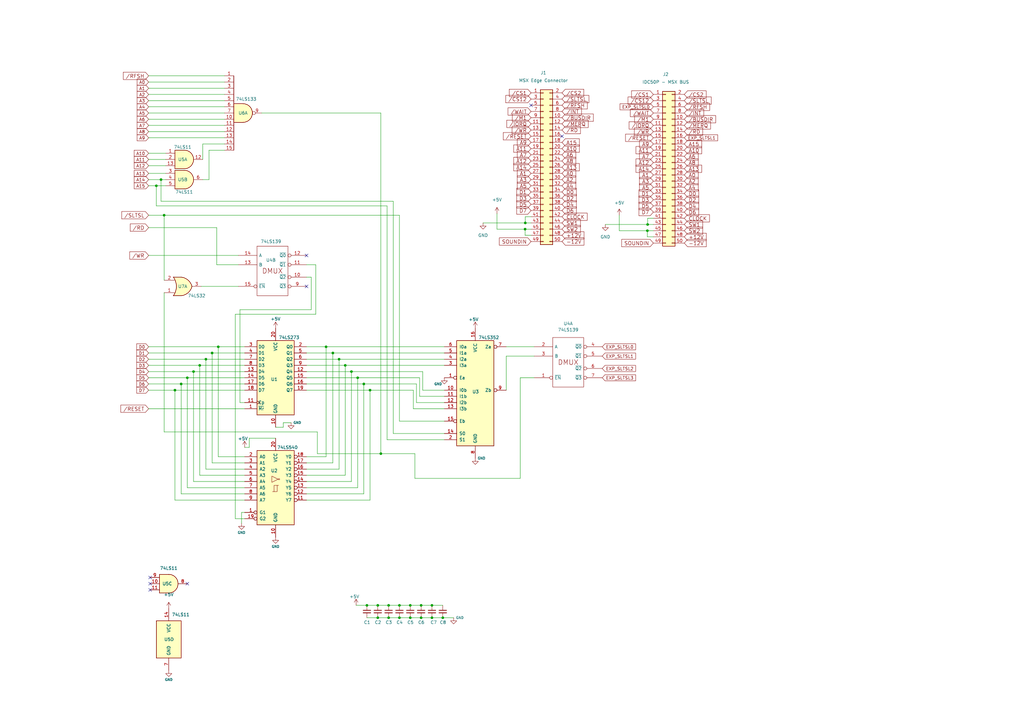
<source format=kicad_sch>
(kicad_sch (version 20211123) (generator eeschema)
  (paper "A3")
  (title_block (title "MSX Slot Expander X4") (date "2023-02-23") (rev "1") (company "RCC") (comment 1 "Schema 1: Cartridge"))
  (lib_symbols
    (symbol "74xx:74LS11" (pin_names (offset 1.016))
      (property "Reference" "U" (at 0 1.27 0))
      (property "Value" "74LS11" (at 0 -1.27 0))
      (symbol "74LS11_1_1"
        (pin input line (at -7.62 2.54 0) (length 3.81) (name "~") (number "1"))
        (pin output line (at 7.62 0 180) (length 3.81) (name "~") (number "12"))
        (pin input line (at -7.62 -2.54 0) (length 3.81) (name "~") (number "13"))
        (pin input line (at -7.62 0 0) (length 3.81) (name "~") (number "2"))
      )
      (symbol "74LS11_1_2"
        (pin input inverted (at -7.62 2.54 0) (length 4.318) (name "~") (number "1"))
        (pin output inverted (at 7.62 0 180) (length 3.81) (name "~") (number "12"))
        (pin input inverted (at -7.62 -2.54 0) (length 4.318) (name "~") (number "13"))
        (pin input inverted (at -7.62 0 0) (length 4.953) (name "~") (number "2"))
      )
      (symbol "74LS11_2_1"
        (pin input line (at -7.62 2.54 0) (length 3.81) (name "~") (number "3"))
        (pin input line (at -7.62 0 0) (length 3.81) (name "~") (number "4"))
        (pin input line (at -7.62 -2.54 0) (length 3.81) (name "~") (number "5"))
        (pin output line (at 7.62 0 180) (length 3.81) (name "~") (number "6"))
      )
      (symbol "74LS11_2_2"
        (pin input inverted (at -7.62 2.54 0) (length 4.318) (name "~") (number "3"))
        (pin input inverted (at -7.62 0 0) (length 4.953) (name "~") (number "4"))
        (pin input inverted (at -7.62 -2.54 0) (length 4.318) (name "~") (number "5"))
        (pin output inverted (at 7.62 0 180) (length 3.81) (name "~") (number "6"))
      )
      (symbol "74LS11_3_1"
        (pin input line (at -7.62 0 0) (length 3.81) (name "~") (number "10"))
        (pin input line (at -7.62 -2.54 0) (length 3.81) (name "~") (number "11"))
        (pin output line (at 7.62 0 180) (length 3.81) (name "~") (number "8"))
        (pin input line (at -7.62 2.54 0) (length 3.81) (name "~") (number "9"))
      )
      (symbol "74LS11_3_2"
        (pin input inverted (at -7.62 0 0) (length 4.953) (name "~") (number "10"))
        (pin input inverted (at -7.62 -2.54 0) (length 4.318) (name "~") (number "11"))
        (pin output inverted (at 7.62 0 180) (length 3.81) (name "~") (number "8"))
        (pin input inverted (at -7.62 2.54 0) (length 4.318) (name "~") (number "9"))
      )
      (symbol "74LS11_4_0"
        (pin power_in line (at 0 12.7 270) (length 5.08) (name "VCC") (number "14"))
        (pin power_in line (at 0 -12.7 90) (length 5.08) (name "GND") (number "7"))
      )
    )
    (symbol "74xx:74LS133" (pin_names (offset 1.016))
      (property "Reference" "U" (at 0 1.27 0))
      (property "Value" "74LS133" (at 0 -1.27 0))
      (symbol "74LS133_1_1"
        (pin input line (at -7.62 15.24 0) (length 3.81) (name "~") (number "1"))
        (pin input line (at -7.62 -2.54 0) (length 3.81) (name "~") (number "10"))
        (pin input line (at -7.62 -5.08 0) (length 3.81) (name "~") (number "11"))
        (pin input line (at -7.62 -7.62 0) (length 3.81) (name "~") (number "12"))
        (pin input line (at -7.62 -10.16 0) (length 3.81) (name "~") (number "13"))
        (pin input line (at -7.62 -12.7 0) (length 3.81) (name "~") (number "14"))
        (pin input line (at -7.62 -15.24 0) (length 3.81) (name "~") (number "15"))
        (pin input line (at -7.62 12.7 0) (length 3.81) (name "~") (number "2"))
        (pin input line (at -7.62 10.16 0) (length 3.81) (name "~") (number "3"))
        (pin input line (at -7.62 7.62 0) (length 3.81) (name "~") (number "4"))
        (pin input line (at -7.62 5.08 0) (length 3.81) (name "~") (number "5"))
        (pin input line (at -7.62 2.54 0) (length 3.81) (name "~") (number "6"))
        (pin input line (at -7.62 0 0) (length 3.81) (name "~") (number "7"))
        (pin output inverted (at 7.62 0 180) (length 3.81) (name "~") (number "9"))
      )
      (symbol "74LS133_1_2"
        (pin input inverted (at -7.62 15.24 0) (length 3.81) (name "~") (number "1"))
        (pin input inverted (at -7.62 -2.54 0) (length 4.5466) (name "~") (number "10"))
        (pin input inverted (at -7.62 -5.08 0) (length 3.81) (name "~") (number "11"))
        (pin input inverted (at -7.62 -7.62 0) (length 3.81) (name "~") (number "12"))
        (pin input inverted (at -7.62 -10.16 0) (length 3.81) (name "~") (number "13"))
        (pin input inverted (at -7.62 -12.7 0) (length 3.81) (name "~") (number "14"))
        (pin input inverted (at -7.62 -15.24 0) (length 3.81) (name "~") (number "15"))
        (pin input inverted (at -7.62 12.7 0) (length 3.81) (name "~") (number "2"))
        (pin input inverted (at -7.62 10.16 0) (length 3.81) (name "~") (number "3"))
        (pin input inverted (at -7.62 7.62 0) (length 3.81) (name "~") (number "4"))
        (pin input inverted (at -7.62 5.08 0) (length 3.81) (name "~") (number "5"))
        (pin input inverted (at -7.62 2.54 0) (length 4.5466) (name "~") (number "6"))
        (pin input inverted (at -7.62 0 0) (length 5.08) (name "~") (number "7"))
        (pin output line (at 7.62 0 180) (length 3.81) (name "~") (number "9"))
      )
      (symbol "74LS133_2_0"
        (pin power_in line (at 0 12.7 270) (length 5.08) (name "VCC") (number "16"))
        (pin power_in line (at 0 -12.7 90) (length 5.08) (name "GND") (number "8"))
      )
    )
    (symbol "74xx:74LS273"
      (property "Reference" "U" (at -7.62 16.51 0))
      (property "Value" "74LS273" (at -7.62 -16.51 0))
      (symbol "74LS273_1_0"
        (pin input line (at -12.7 -12.7 0) (length 5.08) (name "~{Mr}") (number "1"))
        (pin power_in line (at 0 -20.32 90) (length 5.08) (name "GND") (number "10"))
        (pin input clock (at -12.7 -10.16 0) (length 5.08) (name "Cp") (number "11"))
        (pin output line (at 12.7 2.54 180) (length 5.08) (name "Q4") (number "12"))
        (pin input line (at -12.7 2.54 0) (length 5.08) (name "D4") (number "13"))
        (pin input line (at -12.7 0 0) (length 5.08) (name "D5") (number "14"))
        (pin output line (at 12.7 0 180) (length 5.08) (name "Q5") (number "15"))
        (pin output line (at 12.7 -2.54 180) (length 5.08) (name "Q6") (number "16"))
        (pin input line (at -12.7 -2.54 0) (length 5.08) (name "D6") (number "17"))
        (pin input line (at -12.7 -5.08 0) (length 5.08) (name "D7") (number "18"))
        (pin output line (at 12.7 -5.08 180) (length 5.08) (name "Q7") (number "19"))
        (pin output line (at 12.7 12.7 180) (length 5.08) (name "Q0") (number "2"))
        (pin power_in line (at 0 20.32 270) (length 5.08) (name "VCC") (number "20"))
        (pin input line (at -12.7 12.7 0) (length 5.08) (name "D0") (number "3"))
        (pin input line (at -12.7 10.16 0) (length 5.08) (name "D1") (number "4"))
        (pin output line (at 12.7 10.16 180) (length 5.08) (name "Q1") (number "5"))
        (pin output line (at 12.7 7.62 180) (length 5.08) (name "Q2") (number "6"))
        (pin input line (at -12.7 7.62 0) (length 5.08) (name "D2") (number "7"))
        (pin input line (at -12.7 5.08 0) (length 5.08) (name "D3") (number "8"))
        (pin output line (at 12.7 5.08 180) (length 5.08) (name "Q3") (number "9"))
      )
    )
    (symbol "74xx:74LS32" (pin_names (offset 1.016))
      (property "Reference" "U" (at 0 1.27 0))
      (property "Value" "74LS32" (at 0 -1.27 0))
      (symbol "74LS32_1_1"
        (pin input line (at -7.62 2.54 0) (length 4.318) (name "~") (number "1"))
        (pin input line (at -7.62 -2.54 0) (length 4.318) (name "~") (number "2"))
        (pin output line (at 7.62 0 180) (length 3.81) (name "~") (number "3"))
      )
      (symbol "74LS32_1_2"
        (pin input inverted (at -7.62 2.54 0) (length 3.81) (name "~") (number "1"))
        (pin input inverted (at -7.62 -2.54 0) (length 3.81) (name "~") (number "2"))
        (pin output inverted (at 7.62 0 180) (length 3.81) (name "~") (number "3"))
      )
      (symbol "74LS32_2_1"
        (pin input line (at -7.62 2.54 0) (length 4.318) (name "~") (number "4"))
        (pin input line (at -7.62 -2.54 0) (length 4.318) (name "~") (number "5"))
        (pin output line (at 7.62 0 180) (length 3.81) (name "~") (number "6"))
      )
      (symbol "74LS32_2_2"
        (pin input inverted (at -7.62 2.54 0) (length 3.81) (name "~") (number "4"))
        (pin input inverted (at -7.62 -2.54 0) (length 3.81) (name "~") (number "5"))
        (pin output inverted (at 7.62 0 180) (length 3.81) (name "~") (number "6"))
      )
      (symbol "74LS32_3_1"
        (pin input line (at -7.62 -2.54 0) (length 4.318) (name "~") (number "10"))
        (pin output line (at 7.62 0 180) (length 3.81) (name "~") (number "8"))
        (pin input line (at -7.62 2.54 0) (length 4.318) (name "~") (number "9"))
      )
      (symbol "74LS32_3_2"
        (pin input inverted (at -7.62 -2.54 0) (length 3.81) (name "~") (number "10"))
        (pin output inverted (at 7.62 0 180) (length 3.81) (name "~") (number "8"))
        (pin input inverted (at -7.62 2.54 0) (length 3.81) (name "~") (number "9"))
      )
      (symbol "74LS32_4_1"
        (pin output line (at 7.62 0 180) (length 3.81) (name "~") (number "11"))
        (pin input line (at -7.62 2.54 0) (length 4.318) (name "~") (number "12"))
        (pin input line (at -7.62 -2.54 0) (length 4.318) (name "~") (number "13"))
      )
      (symbol "74LS32_4_2"
        (pin output inverted (at 7.62 0 180) (length 3.81) (name "~") (number "11"))
        (pin input inverted (at -7.62 2.54 0) (length 3.81) (name "~") (number "12"))
        (pin input inverted (at -7.62 -2.54 0) (length 3.81) (name "~") (number "13"))
      )
      (symbol "74LS32_5_0"
        (pin power_in line (at 0 12.7 270) (length 5.08) (name "VCC") (number "14"))
        (pin power_in line (at 0 -12.7 90) (length 5.08) (name "GND") (number "7"))
      )
    )
    (symbol "74xx:74LS352" (pin_names (offset 1.016))
      (property "Reference" "U" (at -7.62 21.59 0))
      (property "Value" "74LS352" (at -7.62 -24.13 0))
      (symbol "74LS352_1_0"
        (pin input inverted (at -12.7 5.08 0) (length 5.08) (name "Ea") (number "1"))
        (pin input line (at -12.7 0 0) (length 5.08) (name "I0b") (number "10"))
        (pin input line (at -12.7 -2.54 0) (length 5.08) (name "I1b") (number "11"))
        (pin input line (at -12.7 -5.08 0) (length 5.08) (name "I2b") (number "12"))
        (pin input line (at -12.7 -7.62 0) (length 5.08) (name "I3b") (number "13"))
        (pin input line (at -12.7 -17.78 0) (length 5.08) (name "S0") (number "14"))
        (pin input inverted (at -12.7 -12.7 0) (length 5.08) (name "Eb") (number "15"))
        (pin power_in line (at 0 25.4 270) (length 5.08) (name "VCC") (number "16"))
        (pin input line (at -12.7 -20.32 0) (length 5.08) (name "S1") (number "2"))
        (pin input line (at -12.7 10.16 0) (length 5.08) (name "I3a") (number "3"))
        (pin input line (at -12.7 12.7 0) (length 5.08) (name "I2a") (number "4"))
        (pin input line (at -12.7 15.24 0) (length 5.08) (name "I1a") (number "5"))
        (pin input line (at -12.7 17.78 0) (length 5.08) (name "I0a") (number "6"))
        (pin output inverted (at 12.7 17.78 180) (length 5.08) (name "Za") (number "7"))
        (pin power_in line (at 0 -27.94 90) (length 5.08) (name "GND") (number "8"))
        (pin output inverted (at 12.7 0 180) (length 5.08) (name "Zb") (number "9"))
      )
    )
    (symbol "74xx:74LS540" (pin_names (offset 1.016))
      (property "Reference" "U" (at -7.62 16.51 0))
      (property "Value" "74LS540" (at -7.62 -16.51 0))
      (symbol "74LS540_1_0"
        (pin input inverted (at -12.7 -10.16 0) (length 5.08) (name "G1") (number "1"))
        (pin power_in line (at 0 -20.32 90) (length 5.08) (name "GND") (number "10"))
        (pin tri_state inverted (at 12.7 -5.08 180) (length 5.08) (name "Y7") (number "11"))
        (pin tri_state inverted (at 12.7 -2.54 180) (length 5.08) (name "Y6") (number "12"))
        (pin tri_state inverted (at 12.7 0 180) (length 5.08) (name "Y5") (number "13"))
        (pin tri_state inverted (at 12.7 2.54 180) (length 5.08) (name "Y4") (number "14"))
        (pin tri_state inverted (at 12.7 5.08 180) (length 5.08) (name "Y3") (number "15"))
        (pin tri_state inverted (at 12.7 7.62 180) (length 5.08) (name "Y2") (number "16"))
        (pin tri_state inverted (at 12.7 10.16 180) (length 5.08) (name "Y1") (number "17"))
        (pin tri_state inverted (at 12.7 12.7 180) (length 5.08) (name "Y0") (number "18"))
        (pin input inverted (at -12.7 -12.7 0) (length 5.08) (name "G2") (number "19"))
        (pin input line (at -12.7 12.7 0) (length 5.08) (name "A0") (number "2"))
        (pin power_in line (at 0 20.32 270) (length 5.08) (name "VCC") (number "20"))
        (pin input line (at -12.7 10.16 0) (length 5.08) (name "A1") (number "3"))
        (pin input line (at -12.7 7.62 0) (length 5.08) (name "A2") (number "4"))
        (pin input line (at -12.7 5.08 0) (length 5.08) (name "A3") (number "5"))
        (pin input line (at -12.7 2.54 0) (length 5.08) (name "A4") (number "6"))
        (pin input line (at -12.7 0 0) (length 5.08) (name "A5") (number "7"))
        (pin input line (at -12.7 -2.54 0) (length 5.08) (name "A6") (number "8"))
        (pin input line (at -12.7 -5.08 0) (length 5.08) (name "A7") (number "9"))
      )
    )
    (symbol "74xx_IEEE:74LS139" (pin_names (offset 0.762))
      (property "Reference" "U" (at 6.35 11.43 0))
      (property "Value" "74LS139" (at 7.62 -11.43 0))
      (symbol "74LS139_0_0"
        (text "DMUX" (at 0 0 0) (effects (font (size 2.032 2.032))))
        (pin power_in line (at 0 10.16 270) (length 0) hide (name "VCC") (number "16"))
        (pin power_in line (at 0 -10.16 90) (length 0) hide (name "GND") (number "8"))
      )
      (symbol "74LS139_1_1"
        (pin input inverted (at -13.97 -6.35 0) (length 7.62) (name "~{EN}") (number "1"))
        (pin input line (at -13.97 6.35 0) (length 7.62) (name "A") (number "2"))
        (pin input line (at -13.97 2.54 0) (length 7.62) (name "B") (number "3"))
        (pin output inverted (at 13.97 6.35 180) (length 7.62) (name "~{Q0}") (number "4"))
        (pin output inverted (at 13.97 2.54 180) (length 7.62) (name "~{Q1}") (number "5"))
        (pin output inverted (at 13.97 -2.54 180) (length 7.62) (name "~{Q2}") (number "6"))
        (pin output inverted (at 13.97 -6.35 180) (length 7.62) (name "~{Q3}") (number "7"))
      )
      (symbol "74LS139_2_1"
        (pin output inverted (at 13.97 -2.54 180) (length 7.62) (name "~{Q2}") (number "10"))
        (pin output inverted (at 13.97 2.54 180) (length 7.62) (name "~{Q1}") (number "11"))
        (pin output inverted (at 13.97 6.35 180) (length 7.62) (name "~{Q0}") (number "12"))
        (pin input line (at -13.97 2.54 0) (length 7.62) (name "B") (number "13"))
        (pin input line (at -13.97 6.35 0) (length 7.62) (name "A") (number "14"))
        (pin input inverted (at -13.97 -6.35 0) (length 7.62) (name "~{EN}") (number "15"))
        (pin output inverted (at 13.97 -6.35 180) (length 7.62) (name "~{Q3}") (number "9"))
      )
    )
    (symbol "MSXIOSlot-rescue:C_Small" (pin_numbers hide) (pin_names (offset 0.254) hide)
      (property "Reference" "C" (at 0.254 1.778 0))
      (property "Value" "C_Small" (at 0.254 -2.032 0))
      (symbol "C_Small_1_1"
        (pin passive line (at 0 2.54 270) (length 2.032) (name "~") (number "1"))
        (pin passive line (at 0 -2.54 90) (length 2.032) (name "~") (number "2"))
      )
    )
    (symbol "MSXIOSlot-rescue:Conn_02x25_Odd_Even" (pin_names (offset 1.016) hide)
      (property "Reference" "J" (at 1.27 33.02 0))
      (property "Value" "Conn_02x25_Odd_Even" (at 1.27 -33.02 0))
      (symbol "Conn_02x25_Odd_Even_1_1"
        (pin passive line (at -5.08 30.48 0) (length 3.81) (name "Pin_1") (number "1"))
        (pin passive line (at 7.62 20.32 180) (length 3.81) (name "Pin_10") (number "10"))
        (pin passive line (at -5.08 17.78 0) (length 3.81) (name "Pin_11") (number "11"))
        (pin passive line (at 7.62 17.78 180) (length 3.81) (name "Pin_12") (number "12"))
        (pin passive line (at -5.08 15.24 0) (length 3.81) (name "Pin_13") (number "13"))
        (pin passive line (at 7.62 15.24 180) (length 3.81) (name "Pin_14") (number "14"))
        (pin passive line (at -5.08 12.7 0) (length 3.81) (name "Pin_15") (number "15"))
        (pin passive line (at 7.62 12.7 180) (length 3.81) (name "Pin_16") (number "16"))
        (pin passive line (at -5.08 10.16 0) (length 3.81) (name "Pin_17") (number "17"))
        (pin passive line (at 7.62 10.16 180) (length 3.81) (name "Pin_18") (number "18"))
        (pin passive line (at -5.08 7.62 0) (length 3.81) (name "Pin_19") (number "19"))
        (pin passive line (at 7.62 30.48 180) (length 3.81) (name "Pin_2") (number "2"))
        (pin passive line (at 7.62 7.62 180) (length 3.81) (name "Pin_20") (number "20"))
        (pin passive line (at -5.08 5.08 0) (length 3.81) (name "Pin_21") (number "21"))
        (pin passive line (at 7.62 5.08 180) (length 3.81) (name "Pin_22") (number "22"))
        (pin passive line (at -5.08 2.54 0) (length 3.81) (name "Pin_23") (number "23"))
        (pin passive line (at 7.62 2.54 180) (length 3.81) (name "Pin_24") (number "24"))
        (pin passive line (at -5.08 0 0) (length 3.81) (name "Pin_25") (number "25"))
        (pin passive line (at 7.62 0 180) (length 3.81) (name "Pin_26") (number "26"))
        (pin passive line (at -5.08 -2.54 0) (length 3.81) (name "Pin_27") (number "27"))
        (pin passive line (at 7.62 -2.54 180) (length 3.81) (name "Pin_28") (number "28"))
        (pin passive line (at -5.08 -5.08 0) (length 3.81) (name "Pin_29") (number "29"))
        (pin passive line (at -5.08 27.94 0) (length 3.81) (name "Pin_3") (number "3"))
        (pin passive line (at 7.62 -5.08 180) (length 3.81) (name "Pin_30") (number "30"))
        (pin passive line (at -5.08 -7.62 0) (length 3.81) (name "Pin_31") (number "31"))
        (pin passive line (at 7.62 -7.62 180) (length 3.81) (name "Pin_32") (number "32"))
        (pin passive line (at -5.08 -10.16 0) (length 3.81) (name "Pin_33") (number "33"))
        (pin passive line (at 7.62 -10.16 180) (length 3.81) (name "Pin_34") (number "34"))
        (pin passive line (at -5.08 -12.7 0) (length 3.81) (name "Pin_35") (number "35"))
        (pin passive line (at 7.62 -12.7 180) (length 3.81) (name "Pin_36") (number "36"))
        (pin passive line (at -5.08 -15.24 0) (length 3.81) (name "Pin_37") (number "37"))
        (pin passive line (at 7.62 -15.24 180) (length 3.81) (name "Pin_38") (number "38"))
        (pin passive line (at -5.08 -17.78 0) (length 3.81) (name "Pin_39") (number "39"))
        (pin passive line (at 7.62 27.94 180) (length 3.81) (name "Pin_4") (number "4"))
        (pin passive line (at 7.62 -17.78 180) (length 3.81) (name "Pin_40") (number "40"))
        (pin passive line (at -5.08 -20.32 0) (length 3.81) (name "Pin_41") (number "41"))
        (pin passive line (at 7.62 -20.32 180) (length 3.81) (name "Pin_42") (number "42"))
        (pin passive line (at -5.08 -22.86 0) (length 3.81) (name "Pin_43") (number "43"))
        (pin passive line (at 7.62 -22.86 180) (length 3.81) (name "Pin_44") (number "44"))
        (pin passive line (at -5.08 -25.4 0) (length 3.81) (name "Pin_45") (number "45"))
        (pin passive line (at 7.62 -25.4 180) (length 3.81) (name "Pin_46") (number "46"))
        (pin passive line (at -5.08 -27.94 0) (length 3.81) (name "Pin_47") (number "47"))
        (pin passive line (at 7.62 -27.94 180) (length 3.81) (name "Pin_48") (number "48"))
        (pin passive line (at -5.08 -30.48 0) (length 3.81) (name "Pin_49") (number "49"))
        (pin passive line (at -5.08 25.4 0) (length 3.81) (name "Pin_5") (number "5"))
        (pin passive line (at 7.62 -30.48 180) (length 3.81) (name "Pin_50") (number "50"))
        (pin passive line (at 7.62 25.4 180) (length 3.81) (name "Pin_6") (number "6"))
        (pin passive line (at -5.08 22.86 0) (length 3.81) (name "Pin_7") (number "7"))
        (pin passive line (at 7.62 22.86 180) (length 3.81) (name "Pin_8") (number "8"))
        (pin passive line (at -5.08 20.32 0) (length 3.81) (name "Pin_9") (number "9"))
      )
    )
    (symbol "power:+5V" (power) (pin_names (offset 0))
      (property "Value" "+5V" (at 0 3.556 0))
      (symbol "+5V_1_1"
        (pin power_in line (at 0 0 90) (length 0) hide (name "+5V") (number "1"))
      )
    )
    (symbol "power:GND" (power) (pin_names (offset 0))
      (property "Value" "GND" (at 0 -3.81 0))
      (symbol "GND_1_1"
        (pin power_in line (at 0 0 270) (length 0) hide (name "GND") (number "1"))
      )
    )
  )
  (junction (at 67.31 88.265))
  (junction (at 181.61 253.365))
  (junction (at 163.83 248.285))
  (junction (at 265.6142 92.075))
  (junction (at 146.685 154.94))
  (junction (at 84.455 147.32))
  (junction (at 144.145 152.4))
  (junction (at 172.72 248.285))
  (junction (at 168.275 248.285))
  (junction (at 86.995 144.78))
  (junction (at 89.535 142.24))
  (junction (at 215.3607 93.98))
  (junction (at 141.605 149.86))
  (junction (at 64.135 76.2))
  (junction (at 154.94 248.285))
  (junction (at 71.755 160.02))
  (junction (at 151.765 160.02))
  (junction (at 154.94 253.365))
  (junction (at 74.295 157.48))
  (junction (at 156.21 186.055))
  (junction (at 159.385 253.365))
  (junction (at 265.5257 94.615))
  (junction (at 172.72 253.365))
  (junction (at 177.165 248.285))
  (junction (at 177.165 253.365))
  (junction (at 136.525 144.78))
  (junction (at 76.835 154.94))
  (junction (at 149.225 157.48))
  (junction (at 150.495 248.285))
  (junction (at 163.83 253.365))
  (junction (at 133.7357 142.24))
  (junction (at 168.275 253.365))
  (junction (at 66.04 73.66))
  (junction (at 139.065 147.32))
  (junction (at 81.915 149.86))
  (junction (at 159.385 248.285))
  (junction (at 215.4492 91.44))
  (junction (at 79.375 152.4))
  (no_connect (at 125.73 104.775))
  (no_connect (at 125.73 117.475))
  (no_connect (at 230.505 55.88))
  (no_connect (at 76.835 239.395))
  (no_connect (at 61.595 236.855))
  (no_connect (at 61.595 239.395))
  (no_connect (at 61.595 241.935))
  (no_connect (at 217.805 43.18))
  (wire (pts (xy 84.455 147.32) (xy 100.33 147.32)))
  (wire (pts (xy 146.05 248.285) (xy 150.495 248.285)))
  (wire (pts (xy 254 94.615) (xy 265.5257 94.615)))
  (wire (pts (xy 139.065 147.32) (xy 182.245 147.32)))
  (wire (pts (xy 170.18 196.215) (xy 213.36 196.215)))
  (wire (pts (xy 98.425 127) (xy 127.635 127)))
  (wire (pts (xy 125.73 154.94) (xy 146.685 154.94)))
  (wire (pts (xy 60.96 73.66) (xy 66.04 73.66)))
  (wire (pts (xy 198.12 91.44) (xy 215.4492 91.44)))
  (wire (pts (xy 149.225 202.565) (xy 149.225 157.48)))
  (wire (pts (xy 99.06 210.185) (xy 100.33 210.185)))
  (wire (pts (xy 203.835 93.98) (xy 215.3607 93.98)))
  (wire (pts (xy 60.96 167.64) (xy 100.33 167.64)))
  (wire (pts (xy 146.685 200.025) (xy 146.685 154.94)))
  (wire (pts (xy 60.96 149.86) (xy 81.915 149.86)))
  (wire (pts (xy 125.73 142.24) (xy 133.7357 142.24)))
  (wire (pts (xy 168.275 248.285) (xy 172.72 248.285)))
  (wire (pts (xy 125.73 192.405) (xy 139.065 192.405)))
  (wire (pts (xy 267.97 97.155) (xy 265.5257 97.155)))
  (wire (pts (xy 207.645 142.24) (xy 219.075 142.24)))
  (wire (pts (xy 76.835 200.025) (xy 76.835 154.94)))
  (wire (pts (xy 150.495 253.365) (xy 154.94 253.365)))
  (wire (pts (xy 60.96 160.02) (xy 71.755 160.02)))
  (wire (pts (xy 86.995 144.78) (xy 100.33 144.78)))
  (wire (pts (xy 97.79 108.585) (xy 88.8803 108.585)))
  (wire (pts (xy 96.52 128.905) (xy 96.52 212.725)))
  (wire (pts (xy 71.755 205.105) (xy 71.755 160.02)))
  (wire (pts (xy 173.355 160.02) (xy 182.245 160.02)))
  (wire (pts (xy 83.185 59.055) (xy 83.185 65.405)))
  (wire (pts (xy 60.96 33.655) (xy 92.075 33.655)))
  (wire (pts (xy 60.96 157.48) (xy 74.295 157.48)))
  (wire (pts (xy 64.135 84.455) (xy 158.75 84.455)))
  (wire (pts (xy 149.225 157.48) (xy 170.815 157.48)))
  (wire (pts (xy 67.31 120.015) (xy 67.31 177.165)))
  (wire (pts (xy 67.31 88.265) (xy 67.31 114.935)))
  (wire (pts (xy 60.96 88.265) (xy 67.31 88.265)))
  (wire (pts (xy 181.61 253.365) (xy 186.055 253.365)))
  (wire (pts (xy 76.835 154.94) (xy 100.33 154.94)))
  (wire (pts (xy 254 88.265) (xy 254 94.615)))
  (wire (pts (xy 125.73 202.565) (xy 149.225 202.565)))
  (wire (pts (xy 88.8803 108.585) (xy 88.8803 93.345)))
  (wire (pts (xy 215.4492 88.9) (xy 215.4492 91.44)))
  (wire (pts (xy 125.73 189.865) (xy 136.525 189.865)))
  (wire (pts (xy 172.085 154.94) (xy 172.085 162.56)))
  (wire (pts (xy 60.96 51.435) (xy 92.075 51.435)))
  (wire (pts (xy 83.185 73.66) (xy 85.725 73.66)))
  (wire (pts (xy 125.73 152.4) (xy 144.145 152.4)))
  (wire (pts (xy 170.18 186.055) (xy 170.18 196.215)))
  (wire (pts (xy 125.73 197.485) (xy 144.145 197.485)))
  (wire (pts (xy 60.96 104.775) (xy 97.79 104.775)))
  (wire (pts (xy 265.5257 94.615) (xy 267.97 94.615)))
  (wire (pts (xy 177.165 253.365) (xy 181.61 253.365)))
  (wire (pts (xy 144.145 152.4) (xy 173.355 152.4)))
  (wire (pts (xy 81.915 194.945) (xy 81.915 149.86)))
  (wire (pts (xy 64.135 76.2) (xy 64.135 84.455)))
  (wire (pts (xy 60.96 53.975) (xy 92.075 53.975)))
  (wire (pts (xy 125.73 113.665) (xy 127.635 113.665)))
  (wire (pts (xy 207.645 160.02) (xy 207.645 146.05)))
  (wire (pts (xy 67.31 177.165) (xy 130.175 177.165)))
  (wire (pts (xy 60.96 62.865) (xy 67.945 62.865)))
  (wire (pts (xy 136.525 144.78) (xy 182.245 144.78)))
  (wire (pts (xy 168.275 253.365) (xy 172.72 253.365)))
  (wire (pts (xy 85.725 61.595) (xy 92.075 61.595)))
  (wire (pts (xy 217.805 96.52) (xy 215.3607 96.52)))
  (wire (pts (xy 66.04 73.66) (xy 67.945 73.66)))
  (wire (pts (xy 215.3607 93.98) (xy 217.805 93.98)))
  (wire (pts (xy 89.535 187.325) (xy 89.535 142.24)))
  (wire (pts (xy 60.96 46.355) (xy 92.075 46.355)))
  (wire (pts (xy 129.54 108.585) (xy 129.54 128.905)))
  (wire (pts (xy 96.52 212.725) (xy 100.33 212.725)))
  (wire (pts (xy 81.915 194.945) (xy 100.33 194.945)))
  (wire (pts (xy 169.545 160.02) (xy 169.545 167.64)))
  (wire (pts (xy 60.96 144.78) (xy 86.995 144.78)))
  (wire (pts (xy 60.96 31.115) (xy 92.075 31.115)))
  (wire (pts (xy 215.4492 91.44) (xy 217.805 91.44)))
  (wire (pts (xy 141.605 149.86) (xy 182.245 149.86)))
  (wire (pts (xy 125.73 194.945) (xy 141.605 194.945)))
  (wire (pts (xy 60.96 142.24) (xy 89.535 142.24)))
  (wire (pts (xy 169.545 167.64) (xy 182.245 167.64)))
  (wire (pts (xy 163.83 88.265) (xy 163.83 172.72)))
  (wire (pts (xy 146.685 154.94) (xy 172.085 154.94)))
  (wire (pts (xy 170.815 157.48) (xy 170.815 165.1)))
  (wire (pts (xy 154.94 248.285) (xy 159.385 248.285)))
  (wire (pts (xy 215.3607 96.52) (xy 215.3607 93.98)))
  (wire (pts (xy 84.455 192.405) (xy 100.33 192.405)))
  (wire (pts (xy 60.96 48.895) (xy 92.075 48.895)))
  (wire (pts (xy 113.03 175.26) (xy 116.205 175.26)))
  (wire (pts (xy 79.375 197.485) (xy 100.33 197.485)))
  (wire (pts (xy 139.065 192.405) (xy 139.065 147.32)))
  (wire (pts (xy 99.06 214.63) (xy 99.06 210.185)))
  (wire (pts (xy 159.385 248.285) (xy 163.83 248.285)))
  (wire (pts (xy 74.295 157.48) (xy 100.33 157.48)))
  (wire (pts (xy 100.33 165.1) (xy 98.425 165.1)))
  (wire (pts (xy 60.96 36.195) (xy 92.075 36.195)))
  (wire (pts (xy 151.765 205.105) (xy 151.765 160.02)))
  (wire (pts (xy 98.425 127) (xy 98.425 165.1)))
  (wire (pts (xy 154.94 253.365) (xy 159.385 253.365)))
  (wire (pts (xy 66.04 82.55) (xy 161.29 82.55)))
  (wire (pts (xy 89.535 187.325) (xy 100.33 187.325)))
  (wire (pts (xy 66.04 73.66) (xy 66.04 82.55)))
  (wire (pts (xy 163.83 253.365) (xy 168.275 253.365)))
  (wire (pts (xy 100.33 183.515) (xy 102.235 183.515)))
  (wire (pts (xy 60.96 56.515) (xy 92.075 56.515)))
  (wire (pts (xy 156.21 186.055) (xy 170.18 186.055)))
  (wire (pts (xy 60.96 93.345) (xy 88.8803 93.345)))
  (wire (pts (xy 125.73 160.02) (xy 151.765 160.02)))
  (wire (pts (xy 71.755 205.105) (xy 100.33 205.105)))
  (wire (pts (xy 67.31 88.265) (xy 163.83 88.265)))
  (wire (pts (xy 136.525 189.865) (xy 136.525 144.78)))
  (wire (pts (xy 64.135 76.2) (xy 67.945 76.2)))
  (wire (pts (xy 76.835 200.025) (xy 100.33 200.025)))
  (wire (pts (xy 125.73 149.86) (xy 141.605 149.86)))
  (wire (pts (xy 182.245 180.34) (xy 158.75 180.34)))
  (wire (pts (xy 86.995 189.865) (xy 100.33 189.865)))
  (wire (pts (xy 89.535 142.24) (xy 100.33 142.24)))
  (wire (pts (xy 81.915 149.86) (xy 100.33 149.86)))
  (wire (pts (xy 71.755 160.02) (xy 100.33 160.02)))
  (wire (pts (xy 125.73 205.105) (xy 151.765 205.105)))
  (wire (pts (xy 125.73 187.325) (xy 133.7357 187.325)))
  (wire (pts (xy 219.075 154.94) (xy 213.36 154.94)))
  (wire (pts (xy 125.73 147.32) (xy 139.065 147.32)))
  (wire (pts (xy 79.375 197.485) (xy 79.375 152.4)))
  (wire (pts (xy 60.96 152.4) (xy 79.375 152.4)))
  (wire (pts (xy 265.6142 89.535) (xy 265.6142 92.075)))
  (wire (pts (xy 60.96 147.32) (xy 84.455 147.32)))
  (wire (pts (xy 203.835 87.63) (xy 203.835 93.98)))
  (wire (pts (xy 172.085 162.56) (xy 182.245 162.56)))
  (wire (pts (xy 172.72 253.365) (xy 177.165 253.365)))
  (wire (pts (xy 217.805 88.9) (xy 215.4492 88.9)))
  (wire (pts (xy 159.385 253.365) (xy 163.83 253.365)))
  (wire (pts (xy 158.75 180.34) (xy 158.75 84.455)))
  (wire (pts (xy 85.725 73.66) (xy 85.725 61.595)))
  (wire (pts (xy 125.73 200.025) (xy 146.685 200.025)))
  (wire (pts (xy 107.315 46.355) (xy 156.21 46.355)))
  (wire (pts (xy 265.6142 92.075) (xy 267.97 92.075)))
  (wire (pts (xy 151.765 160.02) (xy 169.545 160.02)))
  (wire (pts (xy 79.375 152.4) (xy 100.33 152.4)))
  (wire (pts (xy 163.83 248.285) (xy 168.275 248.285)))
  (wire (pts (xy 248.285 92.075) (xy 265.6142 92.075)))
  (wire (pts (xy 60.96 43.815) (xy 92.075 43.815)))
  (wire (pts (xy 102.235 179.705) (xy 102.235 183.515)))
  (wire (pts (xy 60.96 154.94) (xy 76.835 154.94)))
  (wire (pts (xy 125.73 157.48) (xy 149.225 157.48)))
  (wire (pts (xy 144.145 197.485) (xy 144.145 152.4)))
  (wire (pts (xy 130.175 186.055) (xy 156.21 186.055)))
  (wire (pts (xy 133.7357 142.24) (xy 182.245 142.24)))
  (wire (pts (xy 125.73 144.78) (xy 136.525 144.78)))
  (wire (pts (xy 213.36 154.94) (xy 213.36 196.215)))
  (wire (pts (xy 60.96 38.735) (xy 92.075 38.735)))
  (wire (pts (xy 182.245 172.72) (xy 163.83 172.72)))
  (wire (pts (xy 84.455 192.405) (xy 84.455 147.32)))
  (wire (pts (xy 60.96 67.945) (xy 67.945 67.945)))
  (wire (pts (xy 141.605 194.945) (xy 141.605 149.86)))
  (wire (pts (xy 74.295 202.565) (xy 74.295 157.48)))
  (wire (pts (xy 133.7357 187.325) (xy 133.7357 142.24)))
  (wire (pts (xy 125.73 108.585) (xy 129.54 108.585)))
  (wire (pts (xy 129.54 128.905) (xy 96.52 128.905)))
  (wire (pts (xy 177.165 248.285) (xy 181.61 248.285)))
  (wire (pts (xy 60.96 71.12) (xy 67.945 71.12)))
  (wire (pts (xy 74.295 202.565) (xy 100.33 202.565)))
  (wire (pts (xy 60.96 65.405) (xy 67.945 65.405)))
  (wire (pts (xy 82.55 117.475) (xy 97.79 117.475)))
  (wire (pts (xy 116.205 175.26) (xy 116.205 173.355)))
  (wire (pts (xy 60.96 41.275) (xy 92.075 41.275)))
  (wire (pts (xy 170.815 165.1) (xy 182.245 165.1)))
  (wire (pts (xy 86.995 189.865) (xy 86.995 144.78)))
  (wire (pts (xy 207.645 146.05) (xy 219.075 146.05)))
  (wire (pts (xy 127.635 113.665) (xy 127.635 127)))
  (wire (pts (xy 173.355 152.4) (xy 173.355 160.02)))
  (wire (pts (xy 265.5257 97.155) (xy 265.5257 94.615)))
  (wire (pts (xy 60.96 76.2) (xy 64.135 76.2)))
  (wire (pts (xy 92.075 59.055) (xy 83.185 59.055)))
  (wire (pts (xy 267.97 89.535) (xy 265.6142 89.535)))
  (wire (pts (xy 113.03 179.705) (xy 102.235 179.705)))
  (wire (pts (xy 130.175 177.165) (xy 130.175 186.055)))
  (wire (pts (xy 172.72 248.285) (xy 177.165 248.285)))
  (wire (pts (xy 156.21 46.355) (xy 156.21 186.055)))
  (wire (pts (xy 116.205 173.355) (xy 119.38 173.355)))
  (wire (pts (xy 161.29 82.55) (xy 161.29 177.8)))
  (wire (pts (xy 150.495 248.285) (xy 154.94 248.285)))
  (wire (pts (xy 161.29 177.8) (xy 182.245 177.8)))
  (global_label "/MERQ" (shape input) (at 230.505 50.8 0) (effects (font (size 1.524 1.524))) (property "Intersheet References" "${INTERSHEET_REFS}" (effects hide)))
  (global_label "A8" (shape input) (at 280.67 66.675 0) (effects (font (size 1.524 1.524))) (property "Intersheet References" "${INTERSHEET_REFS}" (effects hide)))
  (global_label "A5" (shape input) (at 217.805 76.2 180) (effects (font (size 1.524 1.524))) (property "Intersheet References" "${INTERSHEET_REFS}" (effects hide)))
  (global_label "SOUNDIN" (shape input) (at 217.805 99.06 180) (effects (font (size 1.524 1.524))) (property "Intersheet References" "${INTERSHEET_REFS}" (effects hide)))
  (global_label "A7" (shape input) (at 217.805 63.5 180) (effects (font (size 1.524 1.524))) (property "Intersheet References" "${INTERSHEET_REFS}" (effects hide)))
  (global_label "/IORQ" (shape input) (at 217.805 50.8 180) (effects (font (size 1.524 1.524))) (property "Intersheet References" "${INTERSHEET_REFS}" (effects hide)))
  (global_label "A4" (shape input) (at 280.67 76.835 0) (effects (font (size 1.524 1.524))) (property "Intersheet References" "${INTERSHEET_REFS}" (effects hide)))
  (global_label "/CS12" (shape input) (at 267.97 41.275 180) (effects (font (size 1.524 1.524))) (property "Intersheet References" "${INTERSHEET_REFS}" (effects hide)))
  (global_label "-12V" (shape input) (at 280.67 99.695 0) (effects (font (size 1.524 1.524))) (property "Intersheet References" "${INTERSHEET_REFS}" (effects hide)))
  (global_label "CLOCK" (shape input) (at 230.505 88.9 0) (effects (font (size 1.524 1.524))) (property "Intersheet References" "${INTERSHEET_REFS}" (effects hide)))
  (global_label "D0" (shape input) (at 280.67 79.375 0) (effects (font (size 1.524 1.524))) (property "Intersheet References" "${INTERSHEET_REFS}" (effects hide)))
  (global_label "A6" (shape input) (at 230.505 63.5 0) (effects (font (size 1.524 1.524))) (property "Intersheet References" "${INTERSHEET_REFS}" (effects hide)))
  (global_label "D3" (shape input) (at 217.805 81.28 180) (effects (font (size 1.524 1.524))) (property "Intersheet References" "${INTERSHEET_REFS}" (effects hide)))
  (global_label "A3" (shape input) (at 60.96 41.275 180) (property "Intersheet References" "${INTERSHEET_REFS}" (effects hide)))
  (global_label "D2" (shape input) (at 280.67 81.915 0) (effects (font (size 1.524 1.524))) (property "Intersheet References" "${INTERSHEET_REFS}" (effects hide)))
  (global_label "/BUSDIR" (shape input) (at 230.505 48.26 0) (effects (font (size 1.524 1.524))) (property "Intersheet References" "${INTERSHEET_REFS}" (effects hide)))
  (global_label "A11" (shape input) (at 267.97 61.595 180) (effects (font (size 1.524 1.524))) (property "Intersheet References" "${INTERSHEET_REFS}" (effects hide)))
  (global_label "/M1" (shape input) (at 217.805 48.26 180) (effects (font (size 1.524 1.524))) (property "Intersheet References" "${INTERSHEET_REFS}" (effects hide)))
  (global_label "/RFSH" (shape input) (at 280.67 43.815 0) (effects (font (size 1.524 1.524))) (property "Intersheet References" "${INTERSHEET_REFS}" (effects hide)))
  (global_label "A0" (shape input) (at 230.505 71.12 0) (effects (font (size 1.524 1.524))) (property "Intersheet References" "${INTERSHEET_REFS}" (effects hide)))
  (global_label "D6" (shape input) (at 230.505 86.36 0) (effects (font (size 1.524 1.524))) (property "Intersheet References" "${INTERSHEET_REFS}" (effects hide)))
  (global_label "/WR" (shape input) (at 267.97 53.975 180) (effects (font (size 1.524 1.524))) (property "Intersheet References" "${INTERSHEET_REFS}" (effects hide)))
  (global_label "{slash}RD" (shape input) (at 230.505 53.34 0) (effects (font (size 1.524 1.524))) (property "Intersheet References" "${INTERSHEET_REFS}" (effects hide)))
  (global_label "D4" (shape input) (at 280.67 84.455 0) (effects (font (size 1.524 1.524))) (property "Intersheet References" "${INTERSHEET_REFS}" (effects hide)))
  (global_label "/WAIT" (shape input) (at 217.805 45.72 180) (effects (font (size 1.524 1.524))) (property "Intersheet References" "${INTERSHEET_REFS}" (effects hide)))
  (global_label "A9" (shape input) (at 267.97 59.055 180) (effects (font (size 1.524 1.524))) (property "Intersheet References" "${INTERSHEET_REFS}" (effects hide)))
  (global_label "A13" (shape input) (at 280.67 69.215 0) (effects (font (size 1.524 1.524))) (property "Intersheet References" "${INTERSHEET_REFS}" (effects hide)))
  (global_label "D5" (shape input) (at 60.96 154.94 180) (property "Intersheet References" "${INTERSHEET_REFS}" (effects hide)))
  (global_label "SW1" (shape input) (at 280.67 92.075 0) (effects (font (size 1.524 1.524))) (property "Intersheet References" "${INTERSHEET_REFS}" (effects hide)))
  (global_label "/SLTSL" (shape input) (at 280.67 41.275 0) (effects (font (size 1.524 1.524))) (property "Intersheet References" "${INTERSHEET_REFS}" (effects hide)))
  (global_label "+12V" (shape input) (at 230.505 96.52 0) (effects (font (size 1.524 1.524))) (property "Intersheet References" "${INTERSHEET_REFS}" (effects hide)))
  (global_label "D1" (shape input) (at 60.96 144.78 180) (property "Intersheet References" "${INTERSHEET_REFS}" (effects hide)))
  (global_label "D7" (shape input) (at 267.97 86.995 180) (effects (font (size 1.524 1.524))) (property "Intersheet References" "${INTERSHEET_REFS}" (effects hide)))
  (global_label "D7" (shape input) (at 60.96 160.02 180) (property "Intersheet References" "${INTERSHEET_REFS}" (effects hide)))
  (global_label "A3" (shape input) (at 267.97 74.295 180) (effects (font (size 1.524 1.524))) (property "Intersheet References" "${INTERSHEET_REFS}" (effects hide)))
  (global_label "D5" (shape input) (at 267.97 84.455 180) (effects (font (size 1.524 1.524))) (property "Intersheet References" "${INTERSHEET_REFS}" (effects hide)))
  (global_label "D5" (shape input) (at 217.805 83.82 180) (effects (font (size 1.524 1.524))) (property "Intersheet References" "${INTERSHEET_REFS}" (effects hide)))
  (global_label "A14" (shape input) (at 217.805 68.58 180) (effects (font (size 1.524 1.524))) (property "Intersheet References" "${INTERSHEET_REFS}" (effects hide)))
  (global_label "A12" (shape input) (at 217.805 66.04 180) (effects (font (size 1.524 1.524))) (property "Intersheet References" "${INTERSHEET_REFS}" (effects hide)))
  (global_label "SW1" (shape input) (at 230.505 91.44 0) (effects (font (size 1.524 1.524))) (property "Intersheet References" "${INTERSHEET_REFS}" (effects hide)))
  (global_label "D2" (shape input) (at 60.96 147.32 180) (property "Intersheet References" "${INTERSHEET_REFS}" (effects hide)))
  (global_label "D4" (shape input) (at 230.505 83.82 0) (effects (font (size 1.524 1.524))) (property "Intersheet References" "${INTERSHEET_REFS}" (effects hide)))
  (global_label "/INT" (shape input) (at 230.505 45.72 0) (effects (font (size 1.524 1.524))) (property "Intersheet References" "${INTERSHEET_REFS}" (effects hide)))
  (global_label "A2" (shape input) (at 280.67 74.295 0) (effects (font (size 1.524 1.524))) (property "Intersheet References" "${INTERSHEET_REFS}" (effects hide)))
  (global_label "/SLTSL" (shape input) (at 60.96 88.265 180) (effects (font (size 1.524 1.524))) (property "Intersheet References" "${INTERSHEET_REFS}" (effects hide)))
  (global_label "D4" (shape input) (at 60.96 152.4 180) (property "Intersheet References" "${INTERSHEET_REFS}" (effects hide)))
  (global_label "A8" (shape input) (at 60.96 53.975 180) (property "Intersheet References" "${INTERSHEET_REFS}" (effects hide)))
  (global_label "EXP_SLTSL2" (shape input) (at 247.015 151.13 0) (property "Intersheet References" "${INTERSHEET_REFS}" (effects hide)))
  (global_label "SW2" (shape input) (at 280.67 94.615 0) (effects (font (size 1.524 1.524))) (property "Intersheet References" "${INTERSHEET_REFS}" (effects hide)))
  (global_label "D7" (shape input) (at 217.805 86.36 180) (effects (font (size 1.524 1.524))) (property "Intersheet References" "${INTERSHEET_REFS}" (effects hide)))
  (global_label "A6" (shape input) (at 280.67 64.135 0) (effects (font (size 1.524 1.524))) (property "Intersheet References" "${INTERSHEET_REFS}" (effects hide)))
  (global_label "/SLTSL" (shape input) (at 230.505 40.64 0) (effects (font (size 1.524 1.524))) (property "Intersheet References" "${INTERSHEET_REFS}" (effects hide)))
  (global_label "/RESET" (shape input) (at 217.805 55.88 180) (effects (font (size 1.524 1.524))) (property "Intersheet References" "${INTERSHEET_REFS}" (effects hide)))
  (global_label "A1" (shape input) (at 60.96 36.195 180) (property "Intersheet References" "${INTERSHEET_REFS}" (effects hide)))
  (global_label "-12V" (shape input) (at 230.505 99.06 0) (effects (font (size 1.524 1.524))) (property "Intersheet References" "${INTERSHEET_REFS}" (effects hide)))
  (global_label "D1" (shape input) (at 217.805 78.74 180) (effects (font (size 1.524 1.524))) (property "Intersheet References" "${INTERSHEET_REFS}" (effects hide)))
  (global_label "A7" (shape input) (at 60.96 51.435 180) (property "Intersheet References" "${INTERSHEET_REFS}" (effects hide)))
  (global_label "/RESET" (shape input) (at 60.96 167.64 180) (effects (font (size 1.524 1.524))) (property "Intersheet References" "${INTERSHEET_REFS}" (effects hide)))
  (global_label "A10" (shape input) (at 230.505 60.96 0) (effects (font (size 1.524 1.524))) (property "Intersheet References" "${INTERSHEET_REFS}" (effects hide)))
  (global_label "A10" (shape input) (at 60.96 62.865 180) (property "Intersheet References" "${INTERSHEET_REFS}" (effects hide)))
  (global_label "/MERQ" (shape input) (at 280.67 51.435 0) (effects (font (size 1.524 1.524))) (property "Intersheet References" "${INTERSHEET_REFS}" (effects hide)))
  (global_label "A10" (shape input) (at 280.67 61.595 0) (effects (font (size 1.524 1.524))) (property "Intersheet References" "${INTERSHEET_REFS}" (effects hide)))
  (global_label "A0" (shape input) (at 60.96 33.655 180) (property "Intersheet References" "${INTERSHEET_REFS}" (effects hide)))
  (global_label "D6" (shape input) (at 60.96 157.48 180) (property "Intersheet References" "${INTERSHEET_REFS}" (effects hide)))
  (global_label "/BUSDIR" (shape input) (at 280.67 48.895 0) (effects (font (size 1.524 1.524))) (property "Intersheet References" "${INTERSHEET_REFS}" (effects hide)))
  (global_label "/CS1" (shape input) (at 217.805 38.1 180) (effects (font (size 1.524 1.524))) (property "Intersheet References" "${INTERSHEET_REFS}" (effects hide)))
  (global_label "/M1" (shape input) (at 267.97 48.895 180) (effects (font (size 1.524 1.524))) (property "Intersheet References" "${INTERSHEET_REFS}" (effects hide)))
  (global_label "SW2" (shape input) (at 230.505 93.98 0) (effects (font (size 1.524 1.524))) (property "Intersheet References" "${INTERSHEET_REFS}" (effects hide)))
  (global_label "A11" (shape input) (at 217.805 60.96 180) (effects (font (size 1.524 1.524))) (property "Intersheet References" "${INTERSHEET_REFS}" (effects hide)))
  (global_label "CLOCK" (shape input) (at 280.67 89.535 0) (effects (font (size 1.524 1.524))) (property "Intersheet References" "${INTERSHEET_REFS}" (effects hide)))
  (global_label "A14" (shape input) (at 60.96 73.66 180) (property "Intersheet References" "${INTERSHEET_REFS}" (effects hide)))
  (global_label "A15" (shape input) (at 280.67 59.055 0) (effects (font (size 1.524 1.524))) (property "Intersheet References" "${INTERSHEET_REFS}" (effects hide)))
  (global_label "A2" (shape input) (at 230.505 73.66 0) (effects (font (size 1.524 1.524))) (property "Intersheet References" "${INTERSHEET_REFS}" (effects hide)))
  (global_label "A12" (shape input) (at 60.96 67.945 180) (property "Intersheet References" "${INTERSHEET_REFS}" (effects hide)))
  (global_label "A11" (shape input) (at 60.96 65.405 180) (property "Intersheet References" "${INTERSHEET_REFS}" (effects hide)))
  (global_label "/INT" (shape input) (at 280.67 46.355 0) (effects (font (size 1.524 1.524))) (property "Intersheet References" "${INTERSHEET_REFS}" (effects hide)))
  (global_label "A2" (shape input) (at 60.96 38.735 180) (property "Intersheet References" "${INTERSHEET_REFS}" (effects hide)))
  (global_label "+12V" (shape input) (at 280.67 97.155 0) (effects (font (size 1.524 1.524))) (property "Intersheet References" "${INTERSHEET_REFS}" (effects hide)))
  (global_label "/RFSH" (shape input) (at 230.505 43.18 0) (effects (font (size 1.524 1.524))) (property "Intersheet References" "${INTERSHEET_REFS}" (effects hide)))
  (global_label "EXP_SLTSL0" (shape input) (at 267.97 43.815 180) (property "Intersheet References" "${INTERSHEET_REFS}" (effects hide)))
  (global_label "/CS1" (shape input) (at 267.97 38.735 180) (effects (font (size 1.524 1.524))) (property "Intersheet References" "${INTERSHEET_REFS}" (effects hide)))
  (global_label "/CS2" (shape input) (at 230.505 38.1 0) (effects (font (size 1.524 1.524))) (property "Intersheet References" "${INTERSHEET_REFS}" (effects hide)))
  (global_label "A6" (shape input) (at 60.96 48.895 180) (property "Intersheet References" "${INTERSHEET_REFS}" (effects hide)))
  (global_label "D3" (shape input) (at 60.96 149.86 180) (property "Intersheet References" "${INTERSHEET_REFS}" (effects hide)))
  (global_label "D6" (shape input) (at 280.67 86.995 0) (effects (font (size 1.524 1.524))) (property "Intersheet References" "${INTERSHEET_REFS}" (effects hide)))
  (global_label "D0" (shape input) (at 60.96 142.24 180) (property "Intersheet References" "${INTERSHEET_REFS}" (effects hide)))
  (global_label "A5" (shape input) (at 60.96 46.355 180) (property "Intersheet References" "${INTERSHEET_REFS}" (effects hide)))
  (global_label "EXP_SLTSL1" (shape input) (at 247.015 146.05 0) (property "Intersheet References" "${INTERSHEET_REFS}" (effects hide)))
  (global_label "A15" (shape input) (at 230.505 58.42 0) (effects (font (size 1.524 1.524))) (property "Intersheet References" "${INTERSHEET_REFS}" (effects hide)))
  (global_label "/CS12" (shape input) (at 217.805 40.64 180) (effects (font (size 1.524 1.524))) (property "Intersheet References" "${INTERSHEET_REFS}" (effects hide)))
  (global_label "D0" (shape input) (at 230.505 78.74 0) (effects (font (size 1.524 1.524))) (property "Intersheet References" "${INTERSHEET_REFS}" (effects hide)))
  (global_label "A12" (shape input) (at 267.97 66.675 180) (effects (font (size 1.524 1.524))) (property "Intersheet References" "${INTERSHEET_REFS}" (effects hide)))
  (global_label "A9" (shape input) (at 60.96 56.515 180) (property "Intersheet References" "${INTERSHEET_REFS}" (effects hide)))
  (global_label "A4" (shape input) (at 60.96 43.815 180) (property "Intersheet References" "${INTERSHEET_REFS}" (effects hide)))
  (global_label "D1" (shape input) (at 267.97 79.375 180) (effects (font (size 1.524 1.524))) (property "Intersheet References" "${INTERSHEET_REFS}" (effects hide)))
  (global_label "A4" (shape input) (at 230.505 76.2 0) (effects (font (size 1.524 1.524))) (property "Intersheet References" "${INTERSHEET_REFS}" (effects hide)))
  (global_label "A13" (shape input) (at 230.505 68.58 0) (effects (font (size 1.524 1.524))) (property "Intersheet References" "${INTERSHEET_REFS}" (effects hide)))
  (global_label "/WR" (shape input) (at 60.96 104.775 180) (effects (font (size 1.524 1.524))) (property "Intersheet References" "${INTERSHEET_REFS}" (effects hide)))
  (global_label "A0" (shape input) (at 280.67 71.755 0) (effects (font (size 1.524 1.524))) (property "Intersheet References" "${INTERSHEET_REFS}" (effects hide)))
  (global_label "A5" (shape input) (at 267.97 76.835 180) (effects (font (size 1.524 1.524))) (property "Intersheet References" "${INTERSHEET_REFS}" (effects hide)))
  (global_label "A9" (shape input) (at 217.805 58.42 180) (effects (font (size 1.524 1.524))) (property "Intersheet References" "${INTERSHEET_REFS}" (effects hide)))
  (global_label "/RESET" (shape input) (at 267.97 56.515 180) (effects (font (size 1.524 1.524))) (property "Intersheet References" "${INTERSHEET_REFS}" (effects hide)))
  (global_label "/WR" (shape input) (at 217.805 53.34 180) (effects (font (size 1.524 1.524))) (property "Intersheet References" "${INTERSHEET_REFS}" (effects hide)))
  (global_label "A14" (shape input) (at 267.97 69.215 180) (effects (font (size 1.524 1.524))) (property "Intersheet References" "${INTERSHEET_REFS}" (effects hide)))
  (global_label "D2" (shape input) (at 230.505 81.28 0) (effects (font (size 1.524 1.524))) (property "Intersheet References" "${INTERSHEET_REFS}" (effects hide)))
  (global_label "A8" (shape input) (at 230.505 66.04 0) (effects (font (size 1.524 1.524))) (property "Intersheet References" "${INTERSHEET_REFS}" (effects hide)))
  (global_label "A1" (shape input) (at 267.97 71.755 180) (effects (font (size 1.524 1.524))) (property "Intersheet References" "${INTERSHEET_REFS}" (effects hide)))
  (global_label "EXP_SLTSL1" (shape input) (at 280.67 56.515 0) (property "Intersheet References" "${INTERSHEET_REFS}" (effects hide)))
  (global_label "{slash}RD" (shape input) (at 280.67 53.975 0) (effects (font (size 1.524 1.524))) (property "Intersheet References" "${INTERSHEET_REFS}" (effects hide)))
  (global_label "/CS2" (shape input) (at 280.67 38.735 0) (effects (font (size 1.524 1.524))) (property "Intersheet References" "${INTERSHEET_REFS}" (effects hide)))
  (global_label "/IORQ" (shape input) (at 267.97 51.435 180) (effects (font (size 1.524 1.524))) (property "Intersheet References" "${INTERSHEET_REFS}" (effects hide)))
  (global_label "SOUNDIN" (shape input) (at 267.97 99.695 180) (effects (font (size 1.524 1.524))) (property "Intersheet References" "${INTERSHEET_REFS}" (effects hide)))
  (global_label "D3" (shape input) (at 267.97 81.915 180) (effects (font (size 1.524 1.524))) (property "Intersheet References" "${INTERSHEET_REFS}" (effects hide)))
  (global_label "A15" (shape input) (at 60.96 76.2 180) (property "Intersheet References" "${INTERSHEET_REFS}" (effects hide)))
  (global_label "A7" (shape input) (at 267.97 64.135 180) (effects (font (size 1.524 1.524))) (property "Intersheet References" "${INTERSHEET_REFS}" (effects hide)))
  (global_label "A3" (shape input) (at 217.805 73.66 180) (effects (font (size 1.524 1.524))) (property "Intersheet References" "${INTERSHEET_REFS}" (effects hide)))
  (global_label "/RFSH" (shape input) (at 60.96 31.115 180) (effects (font (size 1.524 1.524))) (property "Intersheet References" "${INTERSHEET_REFS}" (effects hide)))
  (global_label "EXP_SLTSL3" (shape input) (at 247.015 154.94 0) (property "Intersheet References" "${INTERSHEET_REFS}" (effects hide)))
  (global_label "A13" (shape input) (at 60.96 71.12 180) (property "Intersheet References" "${INTERSHEET_REFS}" (effects hide)))
  (global_label "{slash}RD" (shape input) (at 60.96 93.345 180) (effects (font (size 1.524 1.524))) (property "Intersheet References" "${INTERSHEET_REFS}" (effects hide)))
  (global_label "EXP_SLTSL0" (shape input) (at 247.015 142.24 0) (property "Intersheet References" "${INTERSHEET_REFS}" (effects hide)))
  (global_label "A1" (shape input) (at 217.805 71.12 180) (effects (font (size 1.524 1.524))) (property "Intersheet References" "${INTERSHEET_REFS}" (effects hide)))
  (global_label "/WAIT" (shape input) (at 267.97 46.355 180) (effects (font (size 1.524 1.524))) (property "Intersheet References" "${INTERSHEET_REFS}" (effects hide)))
  (symbol (lib_id "MSXIOSlot-rescue:Conn_02x25_Odd_Even") (at 222.885 68.58 0) (unit 1)
    (property "Reference" "J1" (at 222.885 29.845 0))
    (property "Value" "MSX Edge Connector" (at 222.885 33.02 0))
    (property "Footprint" "Roni Footprints:MSX_CART_SW" (effects hide))
  )
  (symbol (lib_id "MSXIOSlot-rescue:C_Small") (at 150.495 250.825 0) (unit 1)
    (property "Reference" "C1" (at 149.225 255.27 0) (effects (justify left)))
    (property "Value" "0.1" (effects hide))
    (property "Footprint" "Capacitor_THT:C_Disc_D5.0mm_W2.5mm_P5.00mm" (effects hide))
  )
  (symbol (lib_id "MSXIOSlot-rescue:C_Small") (at 159.385 250.825 0) (unit 1)
    (property "Reference" "C3" (at 158.115 255.27 0) (effects (justify left)))
    (property "Value" "0.1" (effects hide))
    (property "Footprint" "Capacitor_THT:C_Disc_D5.0mm_W2.5mm_P5.00mm" (effects hide))
  )
  (symbol (lib_id "74xx:74LS11") (at 69.215 239.395 0) (unit 3)
    (property "Reference" "U5" (at 68.58 239.395 0))
    (property "Value" "74LS11" (at 69.215 233.045 0))
    (property "Footprint" "Package_DIP:DIP-14_W7.62mm" (effects hide))
    (property "Datasheet" "http://www.ti.com/lit/gpn/sn74LS11" (effects hide))
  )
  (symbol (lib_id "power:+5V") (at 194.945 134.62 0) (unit 1)
    (property "Reference" "#PWR0112" (effects hide))
    (property "Value" "+5V" (at 196.2848 131.0125 0) (effects (justify right)))
  )
  (symbol (lib_id "74xx_IEEE:74LS139") (at 233.045 148.59 0) (unit 1)
    (property "Reference" "U4" (at 233.045 132.715 0))
    (property "Value" "74LS139" (at 233.045 135.255 0))
    (property "Footprint" "Package_DIP:DIP-16_W7.62mm" (effects hide))
    (property "Datasheet" "http://www.ti.com/lit/ds/symlink/sn74ls139a.pdf" (effects hide))
  )
  (symbol (lib_id "MSXIOSlot-rescue:C_Small") (at 163.83 250.825 0) (unit 1)
    (property "Reference" "C4" (at 162.56 255.27 0) (effects (justify left)))
    (property "Value" "0.1" (effects hide))
    (property "Footprint" "Capacitor_THT:C_Disc_D5.0mm_W2.5mm_P5.00mm" (effects hide))
  )
  (symbol (lib_id "MSXIOSlot-rescue:Conn_02x25_Odd_Even") (at 273.05 69.215 0) (unit 1)
    (property "Reference" "J2" (at 273.05 30.48 0))
    (property "Value" "IDC50P - MSX BUS" (at 273.05 33.655 0))
    (property "Footprint" "Connector_IDC:IDC-Header_2x25_P2.54mm_Vertical" (effects hide))
  )
  (symbol (lib_id "power:+5V") (at 113.03 134.62 0) (unit 1)
    (property "Reference" "#PWR0105" (effects hide))
    (property "Value" "+5V" (at 113.03 130.81 0))
  )
  (symbol (lib_id "MSXIOSlot-rescue:C_Small") (at 154.94 250.825 0) (unit 1)
    (property "Reference" "C2" (at 153.67 255.27 0) (effects (justify left)))
    (property "Value" "0.1" (effects hide))
    (property "Footprint" "Capacitor_THT:C_Disc_D5.0mm_W2.5mm_P5.00mm" (effects hide))
  )
  (symbol (lib_id "power:+5V") (at 100.33 183.515 0) (unit 1)
    (property "Reference" "#PWR0102" (effects hide))
    (property "Value" "+5V" (at 101.6698 179.9075 0) (effects (justify right)))
  )
  (symbol (lib_id "power:GND") (at 113.03 220.345 0) (unit 1)
    (property "Reference" "#PWR0101" (effects hide))
    (property "Value" "GND" (at 113.03 224.155 0) (effects (font (size 1 1))))
  )
  (symbol (lib_id "power:GND") (at 186.055 253.365 0) (unit 1)
    (property "Reference" "#PWR02" (effects hide))
    (property "Value" "GND" (at 188.595 253.365 0) (effects (font (size 1 1))))
  )
  (symbol (lib_id "MSXIOSlot-rescue:C_Small") (at 181.61 250.825 0) (unit 1)
    (property "Reference" "C8" (at 180.34 255.27 0) (effects (justify left)))
    (property "Value" "0.1" (effects hide))
    (property "Footprint" "Capacitor_THT:C_Disc_D5.0mm_W2.5mm_P5.00mm" (effects hide))
  )
  (symbol (lib_id "74xx_IEEE:74LS139") (at 111.76 111.125 0) (unit 2)
    (property "Reference" "U4" (at 111.125 106.68 0))
    (property "Value" "74LS139" (at 111.125 99.06 0))
    (property "Footprint" "Package_DIP:DIP-16_W7.62mm" (effects hide))
    (property "Datasheet" "http://www.ti.com/lit/ds/symlink/sn74ls139a.pdf" (effects hide))
  )
  (symbol (lib_id "power:+5V") (at 146.05 248.285 0) (unit 1)
    (property "Reference" "#PWR01" (effects hide))
    (property "Value" "+5V" (at 147.3898 244.6775 0) (effects (justify right)))
  )
  (symbol (lib_id "power:GND") (at 182.245 154.94 0) (unit 1)
    (property "Reference" "#PWR0113" (effects hide))
    (property "Value" "GND" (at 179.705 157.48 0) (effects (font (size 1 1))))
  )
  (symbol (lib_id "power:GND") (at 69.215 274.955 0) (unit 1)
    (property "Reference" "#PWR0103" (effects hide))
    (property "Value" "GND" (at 69.215 278.765 0) (effects (font (size 1 1))))
  )
  (symbol (lib_id "power:GND") (at 99.06 214.63 0) (unit 1)
    (property "Reference" "#PWR0114" (effects hide))
    (property "Value" "GND" (at 99.06 218.44 0) (effects (font (size 1 1))))
  )
  (symbol (lib_id "74xx:74LS273") (at 113.03 154.94 0) (unit 1)
    (property "Reference" "U1" (at 111.125 155.575 0) (effects (justify left)))
    (property "Value" "74LS273" (at 114.3 138.43 0) (effects (justify left)))
    (property "Footprint" "Package_DIP:DIP-20_W7.62mm" (effects hide))
    (property "Datasheet" "http://www.ti.com/lit/gpn/sn74LS273" (effects hide))
  )
  (symbol (lib_id "power:+5V") (at 203.835 87.63 0) (unit 1)
    (property "Reference" "#PWR0108" (effects hide))
    (property "Value" "+5V" (at 203.835 81.915 0))
  )
  (symbol (lib_id "74xx:74LS540") (at 113.03 200.025 0) (unit 1)
    (property "Reference" "U2" (at 111.125 193.04 0) (effects (justify left)))
    (property "Value" "74LS540" (at 113.665 183.515 0) (effects (justify left)))
    (property "Footprint" "Package_DIP:DIP-20_W7.62mm" (effects hide))
    (property "Datasheet" "http://www.ti.com/lit/gpn/sn74LS540" (effects hide))
  )
  (symbol (lib_id "power:GND") (at 194.945 187.96 0) (unit 1)
    (property "Reference" "#PWR0111" (effects hide))
    (property "Value" "GND" (at 197.485 187.96 0) (effects (font (size 1 1))))
  )
  (symbol (lib_id "MSXIOSlot-rescue:C_Small") (at 172.72 250.825 0) (unit 1)
    (property "Reference" "C6" (at 171.45 255.27 0) (effects (justify left)))
    (property "Value" "0.1" (effects hide))
    (property "Footprint" "Capacitor_THT:C_Disc_D5.0mm_W2.5mm_P5.00mm" (effects hide))
  )
  (symbol (lib_id "power:+5V") (at 254 88.265 0) (unit 1)
    (property "Reference" "#PWR04" (effects hide))
    (property "Value" "+5V" (at 254 83.185 0))
  )
  (symbol (lib_id "MSXIOSlot-rescue:C_Small") (at 177.165 250.825 0) (unit 1)
    (property "Reference" "C7" (at 176.53 255.27 0) (effects (justify left)))
    (property "Value" "0.1" (effects hide))
    (property "Footprint" "Capacitor_THT:C_Disc_D5.0mm_W2.5mm_P5.00mm" (effects hide))
  )
  (symbol (lib_id "MSXIOSlot-rescue:C_Small") (at 168.275 250.825 0) (unit 1)
    (property "Reference" "C5" (at 167.005 255.27 0) (effects (justify left)))
    (property "Value" "0.1" (effects hide))
    (property "Footprint" "Capacitor_THT:C_Disc_D5.0mm_W2.5mm_P5.00mm" (effects hide))
  )
  (symbol (lib_id "74xx:74LS352") (at 194.945 160.02 0) (unit 1)
    (property "Reference" "U3" (at 193.675 160.655 0) (effects (justify left)))
    (property "Value" "74LS352" (at 196.215 138.43 0) (effects (justify left)))
    (property "Footprint" "Package_DIP:DIP-16_W7.62mm" (effects hide))
    (property "Datasheet" "http://www.ti.com/lit/gpn/sn74LS352" (effects hide))
  )
  (symbol (lib_id "power:GND") (at 198.12 91.44 0) (unit 1)
    (property "Reference" "#PWR0107" (effects hide))
    (property "Value" "GND" (at 198.12 96.52 0))
  )
  (symbol (lib_id "power:+5V") (at 69.215 249.555 0) (unit 1)
    (property "Reference" "#PWR0104" (effects hide))
    (property "Value" "+5V" (at 69.215 243.84 0))
  )
  (symbol (lib_id "74xx:74LS133") (at 99.695 46.355 0) (unit 1)
    (property "Reference" "U6" (at 99.695 46.355 0))
    (property "Value" "74LS133" (at 100.965 40.64 0))
    (property "Footprint" "Package_DIP:DIP-16_W7.62mm" (effects hide))
    (property "Datasheet" "http://www.ti.com/lit/gpn/sn74LS133" (effects hide))
  )
  (symbol (lib_id "power:GND") (at 119.38 173.355 0) (unit 1)
    (property "Reference" "#PWR0106" (effects hide))
    (property "Value" "GND" (at 121.92 173.355 0) (effects (font (size 1 1))))
  )
  (symbol (lib_id "74xx:74LS32") (at 74.93 117.475 0) (mirror x) (unit 1)
    (property "Reference" "U7" (at 74.93 117.475 0))
    (property "Value" "74LS32" (at 80.645 121.285 0))
    (property "Footprint" "Package_DIP:DIP-14_W7.62mm" (effects hide))
    (property "Datasheet" "http://www.ti.com/lit/gpn/sn74LS32" (effects hide))
  )
  (symbol (lib_id "74xx:74LS11") (at 75.565 65.405 0) (unit 1)
    (property "Reference" "U5" (at 74.93 65.405 0))
    (property "Value" "74LS11" (at 74.93 60.325 0))
    (property "Footprint" "Package_DIP:DIP-14_W7.62mm" (effects hide))
    (property "Datasheet" "http://www.ti.com/lit/gpn/sn74LS11" (effects hide))
  )
  (symbol (lib_id "power:GND") (at 248.285 92.075 0) (unit 1)
    (property "Reference" "#PWR03" (effects hide))
    (property "Value" "GND" (at 248.285 97.155 0))
  )
  (symbol (lib_id "74xx:74LS11") (at 75.565 73.66 0) (unit 2)
    (property "Reference" "U5" (at 74.93 73.66 0))
    (property "Value" "74LS11" (at 75.565 78.74 0))
    (property "Footprint" "Package_DIP:DIP-14_W7.62mm" (effects hide))
    (property "Datasheet" "http://www.ti.com/lit/gpn/sn74LS11" (effects hide))
  )
  (symbol (lib_id "74xx:74LS11") (at 69.215 262.255 0) (unit 4)
    (property "Reference" "U5" (at 67.31 262.255 0) (effects (justify left)))
    (property "Value" "74LS11" (at 70.485 252.095 0) (effects (justify left)))
    (property "Footprint" "Package_DIP:DIP-14_W7.62mm" (effects hide))
    (property "Datasheet" "http://www.ti.com/lit/gpn/sn74LS11" (effects hide))
  )
)
</source>
